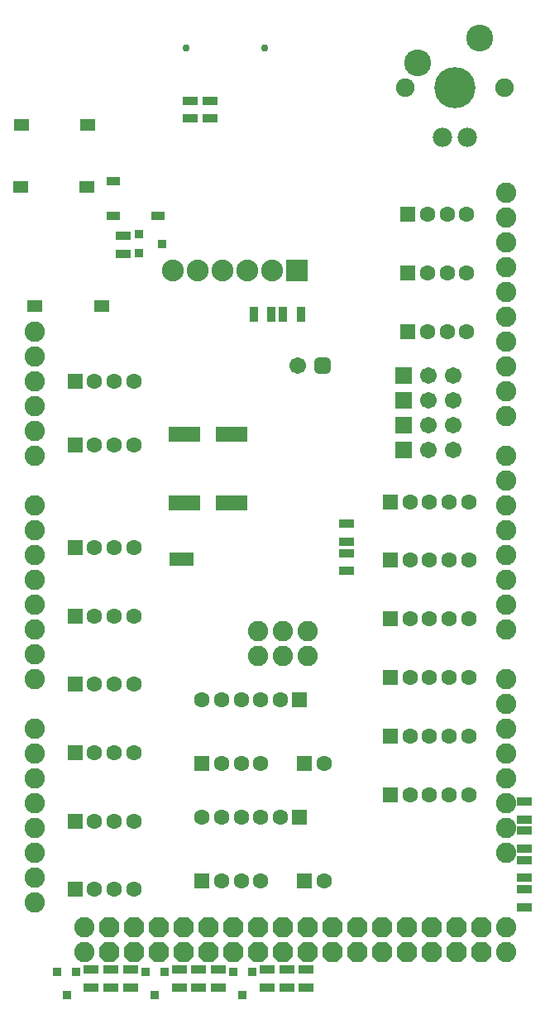
<source format=gts>
G04 Layer_Color=8388736*
%FSLAX24Y24*%
%MOIN*%
G70*
G01*
G75*
%ADD41C,0.0300*%
%ADD61R,0.0600X0.0340*%
%ADD62R,0.1270X0.0640*%
%ADD63R,0.0580X0.0380*%
%ADD64R,0.0592X0.0474*%
%ADD65R,0.0340X0.0600*%
%ADD66R,0.0380X0.0320*%
%ADD67R,0.0320X0.0380*%
%ADD68R,0.0330X0.0580*%
%ADD69C,0.0631*%
%ADD70R,0.0631X0.0631*%
%ADD71C,0.1080*%
%ADD72C,0.0780*%
%ADD73C,0.1660*%
%ADD74C,0.0750*%
%ADD75C,0.0749*%
%ADD76C,0.0880*%
%ADD77R,0.0880X0.0880*%
G04:AMPARAMS|DCode=78|XSize=67.1mil|YSize=67.1mil|CornerRadius=18.8mil|HoleSize=0mil|Usage=FLASHONLY|Rotation=0.000|XOffset=0mil|YOffset=0mil|HoleType=Round|Shape=RoundedRectangle|*
%AMROUNDEDRECTD78*
21,1,0.0671,0.0295,0,0,0.0*
21,1,0.0295,0.0671,0,0,0.0*
1,1,0.0375,0.0148,-0.0148*
1,1,0.0375,-0.0148,-0.0148*
1,1,0.0375,-0.0148,0.0148*
1,1,0.0375,0.0148,0.0148*
%
%ADD78ROUNDEDRECTD78*%
%ADD79C,0.0671*%
%ADD80C,0.0820*%
%ADD81P,0.0888X8X22.5*%
%ADD82R,0.0671X0.0671*%
D41*
X-9724Y23425D02*
D03*
X-12874D02*
D03*
D61*
X-6417Y4263D02*
D03*
Y3543D02*
D03*
X748Y-6923D02*
D03*
Y-7643D02*
D03*
X748Y-11187D02*
D03*
Y-10467D02*
D03*
X748Y-8825D02*
D03*
Y-8105D02*
D03*
X748Y-9286D02*
D03*
Y-10006D02*
D03*
X-6417Y2362D02*
D03*
Y3082D02*
D03*
X-11929Y21311D02*
D03*
Y20591D02*
D03*
X-12717Y21311D02*
D03*
Y20591D02*
D03*
X-15433Y15872D02*
D03*
Y15152D02*
D03*
X-16707Y-14413D02*
D03*
Y-13693D02*
D03*
X-9620Y-14413D02*
D03*
Y-13693D02*
D03*
X-13163Y-14413D02*
D03*
Y-13693D02*
D03*
X-15132D02*
D03*
Y-14413D02*
D03*
X-8045Y-13693D02*
D03*
Y-14413D02*
D03*
X-11588Y-13693D02*
D03*
Y-14413D02*
D03*
X-15919Y-13693D02*
D03*
Y-14413D02*
D03*
X-8833Y-13693D02*
D03*
Y-14413D02*
D03*
X-12376Y-13693D02*
D03*
Y-14413D02*
D03*
D62*
X-12958Y5118D02*
D03*
X-11063D02*
D03*
X-12958Y7874D02*
D03*
X-11063D02*
D03*
D63*
X-15821Y18073D02*
D03*
Y16673D02*
D03*
X-14021D02*
D03*
D64*
X-19567Y17835D02*
D03*
X-16890D02*
D03*
X-19528Y20354D02*
D03*
X-16850D02*
D03*
X-18976Y13032D02*
D03*
X-16299D02*
D03*
D65*
X-10163Y12717D02*
D03*
X-9443D02*
D03*
X-8262D02*
D03*
X-8982D02*
D03*
D66*
X-13861Y15551D02*
D03*
X-14801Y15171D02*
D03*
Y15931D02*
D03*
D67*
X-17691Y-14720D02*
D03*
X-18071Y-13780D02*
D03*
X-17311D02*
D03*
X-10604Y-14720D02*
D03*
X-10984Y-13780D02*
D03*
X-10224D02*
D03*
X-14148Y-14720D02*
D03*
X-14528Y-13780D02*
D03*
X-13768D02*
D03*
D68*
X-12751Y2835D02*
D03*
X-13071D02*
D03*
X-13391D02*
D03*
D69*
X-1575Y12008D02*
D03*
X-3150D02*
D03*
X-2362D02*
D03*
X-1575Y16732D02*
D03*
X-3150D02*
D03*
X-2362D02*
D03*
X-1575Y14370D02*
D03*
X-3150D02*
D03*
X-2362D02*
D03*
X-7323Y-10124D02*
D03*
X-10669Y-7565D02*
D03*
X-9094D02*
D03*
X-9882D02*
D03*
X-11457D02*
D03*
X-12244D02*
D03*
X-9882Y-10124D02*
D03*
X-11457D02*
D03*
X-10669D02*
D03*
X-7323Y-5399D02*
D03*
X-10669Y-2840D02*
D03*
X-9094D02*
D03*
X-9882D02*
D03*
X-11457D02*
D03*
X-12244D02*
D03*
X-9882Y-5399D02*
D03*
X-11457D02*
D03*
X-10669D02*
D03*
X-15000Y7449D02*
D03*
X-16575D02*
D03*
X-15787D02*
D03*
X-15000Y10008D02*
D03*
X-16575D02*
D03*
X-15787D02*
D03*
X-2289Y5156D02*
D03*
X-3864D02*
D03*
X-3077D02*
D03*
X-1502D02*
D03*
X-2289Y2794D02*
D03*
X-3864D02*
D03*
X-3077D02*
D03*
X-1502D02*
D03*
X-2289Y432D02*
D03*
X-3864D02*
D03*
X-3077D02*
D03*
X-1502D02*
D03*
X-2289Y-1931D02*
D03*
X-3864D02*
D03*
X-3077D02*
D03*
X-1502D02*
D03*
X-2289Y-4293D02*
D03*
X-3864D02*
D03*
X-3077D02*
D03*
X-1502D02*
D03*
X-2289Y-6655D02*
D03*
X-3864D02*
D03*
X-3077D02*
D03*
X-1502D02*
D03*
X-15000Y-10472D02*
D03*
X-16575D02*
D03*
X-15787D02*
D03*
X-15000Y-7717D02*
D03*
X-16575D02*
D03*
X-15787D02*
D03*
X-15000Y-4961D02*
D03*
X-16575D02*
D03*
X-15787D02*
D03*
X-15000Y-2205D02*
D03*
X-16575D02*
D03*
X-15787D02*
D03*
X-15000Y551D02*
D03*
X-16575D02*
D03*
X-15787D02*
D03*
X-15000Y3307D02*
D03*
X-16575D02*
D03*
X-15787D02*
D03*
D70*
X-3937Y12008D02*
D03*
Y16732D02*
D03*
Y14370D02*
D03*
X-8110Y-10124D02*
D03*
X-8307Y-7565D02*
D03*
X-12244Y-10124D02*
D03*
X-8110Y-5399D02*
D03*
X-8307Y-2840D02*
D03*
X-12244Y-5399D02*
D03*
X-17362Y7449D02*
D03*
Y10008D02*
D03*
X-4651Y5156D02*
D03*
Y2794D02*
D03*
Y432D02*
D03*
Y-1931D02*
D03*
Y-4293D02*
D03*
Y-6655D02*
D03*
X-17362Y-10472D02*
D03*
Y-7717D02*
D03*
Y-4961D02*
D03*
Y-2205D02*
D03*
Y551D02*
D03*
Y3307D02*
D03*
D71*
X-1067Y23850D02*
D03*
X-3567Y22850D02*
D03*
D72*
X-1567Y19850D02*
D03*
X-2567D02*
D03*
D73*
X-2067Y21850D02*
D03*
D74*
X-4067D02*
D03*
D75*
X-67D02*
D03*
D76*
X-13425Y14468D02*
D03*
X-12425D02*
D03*
X-11425D02*
D03*
X-10425D02*
D03*
X-9425D02*
D03*
D77*
X-8425D02*
D03*
D78*
X-7402Y10630D02*
D03*
D79*
X-8402D02*
D03*
X-2134Y10236D02*
D03*
X-3134D02*
D03*
X-2134Y9236D02*
D03*
X-3134D02*
D03*
X-2134Y8236D02*
D03*
X-3134D02*
D03*
X-2134Y7236D02*
D03*
X-3134D02*
D03*
D80*
X-19000Y7000D02*
D03*
Y8000D02*
D03*
Y9000D02*
D03*
Y10000D02*
D03*
Y11000D02*
D03*
Y12000D02*
D03*
X0Y-13000D02*
D03*
Y-12000D02*
D03*
X-17000Y-13000D02*
D03*
Y-12000D02*
D03*
X0Y15600D02*
D03*
Y8600D02*
D03*
Y9600D02*
D03*
Y10600D02*
D03*
Y11600D02*
D03*
Y12600D02*
D03*
Y13600D02*
D03*
Y14600D02*
D03*
Y7000D02*
D03*
Y0D02*
D03*
Y1000D02*
D03*
Y2000D02*
D03*
Y3000D02*
D03*
Y4000D02*
D03*
Y5000D02*
D03*
Y6000D02*
D03*
X-19000Y5000D02*
D03*
Y-2000D02*
D03*
Y-1000D02*
D03*
Y0D02*
D03*
Y1000D02*
D03*
Y2000D02*
D03*
Y3000D02*
D03*
Y4000D02*
D03*
X0Y-2000D02*
D03*
Y-9000D02*
D03*
Y-8000D02*
D03*
Y-7000D02*
D03*
Y-6000D02*
D03*
Y-5000D02*
D03*
Y-4000D02*
D03*
Y-3000D02*
D03*
X-19000Y-4000D02*
D03*
Y-11000D02*
D03*
Y-10000D02*
D03*
Y-9000D02*
D03*
Y-8000D02*
D03*
Y-7000D02*
D03*
Y-6000D02*
D03*
Y-5000D02*
D03*
X0Y16600D02*
D03*
Y17600D02*
D03*
X-8001Y-51D02*
D03*
Y-1051D02*
D03*
X-9001Y-51D02*
D03*
Y-1051D02*
D03*
X-10001Y-51D02*
D03*
Y-1051D02*
D03*
D81*
X-9000Y-12000D02*
D03*
Y-13000D02*
D03*
X-10000Y-12000D02*
D03*
Y-13000D02*
D03*
X-11000Y-12000D02*
D03*
Y-13000D02*
D03*
X-12000Y-12000D02*
D03*
Y-13000D02*
D03*
X-13000Y-12000D02*
D03*
Y-13000D02*
D03*
X-14000Y-12000D02*
D03*
Y-13000D02*
D03*
X-15000Y-12000D02*
D03*
Y-13000D02*
D03*
X-16000Y-12000D02*
D03*
Y-13000D02*
D03*
X-1000Y-12000D02*
D03*
Y-13000D02*
D03*
X-2000Y-12000D02*
D03*
Y-13000D02*
D03*
X-3000Y-12000D02*
D03*
Y-13000D02*
D03*
X-4000Y-12000D02*
D03*
Y-13000D02*
D03*
X-5000Y-12000D02*
D03*
Y-13000D02*
D03*
X-6000Y-12000D02*
D03*
Y-13000D02*
D03*
X-7000Y-12000D02*
D03*
Y-13000D02*
D03*
X-8000Y-12000D02*
D03*
Y-13000D02*
D03*
D82*
X-4134Y10236D02*
D03*
Y9236D02*
D03*
Y8236D02*
D03*
Y7236D02*
D03*
M02*

</source>
